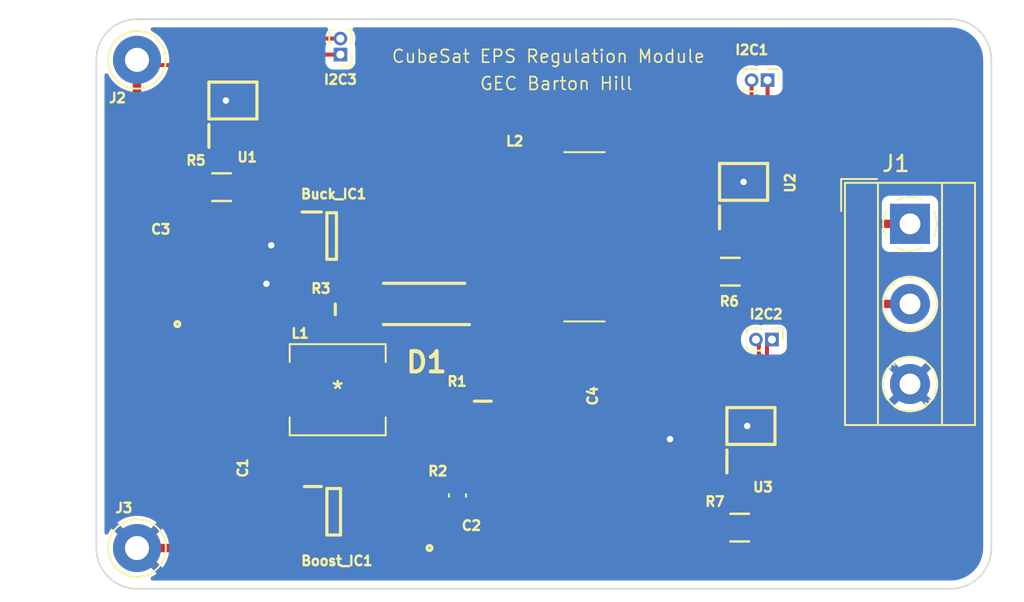
<source format=kicad_pcb>
(kicad_pcb (version 20211014) (generator pcbnew)
  (layers (0 "F.Cu" signal) (31 "B.Cu" power) (34 "B.Paste" user) (35 "F.Paste" user) (36 "B.SilkS" user "B.Silkscreen") (37 "F.SilkS" user "F.Silkscreen") (38 "B.Mask" user) (39 "F.Mask" user) (44 "Edge.Cuts" user))
  (net 0 "")
  (net 1 "Net-(Boost_IC1-Pad1)")
  (net 2 "Earth")
  (net 3 "Net-(Boost_IC1-Pad3)")
  (net 4 "Net-(Boost_IC1-Pad4)")
  (net 5 "Net-(Boost_IC1-Pad6)")
  (net 6 "Net-(Buck_IC1-Pad4)")
  (net 7 "Net-(Buck_IC1-Pad5)")
  (net 8 "Net-(Boost_IC1-Pad5)")
  (net 9 "Net-(J1-Pad1)")
  (net 10 "Net-(J1-Pad2)")
  (net 11 "Net-(J2-Pad1)")
  (net 18 "Net-(I2C1-Pad1)")
  (net 19 "Net-(I2C1-Pad2)")
  (net 20 "Net-(I2C2-Pad1)")
  (net 21 "Net-(I2C2-Pad2)")
  (net 22 "Net-(I2C3-Pad1)")
  (net 23 "Net-(I2C3-Pad2)")
  (footprint "indc 10uH crct:SRN1060-100M" (layer "F.Cu") (at 162.56 82.1675)
    (fp_text reference "L2" (at -4.36 -5.9675) (layer "F.SilkS") (effects (font (size 0.6 0.6))))
    (fp_text value "10uH" hide)
    (fp_line (start -1.268147 5.2832) (end 1.268147 5.2832) (layer "F.SilkS") (width 0.12))
    (fp_line (start 1.268147 -5.2832) (end -1.268147 -5.2832) (layer "F.SilkS") (width 0.12))
    (pad "1" smd rect (at -3.302 0) (size 3.5052 10.2108) (layers "F.Cu" "F.Paste" "F.Mask") (net 7 "Net-(Buck_IC1-Pad5)"))
    (pad "2" smd rect (at 3.302 0) (size 3.5052 10.2108) (layers "F.Cu" "F.Paste" "F.Mask") (net 6 "Net-(Buck_IC1-Pad4)"))
  )
  (footprint "cap 22uF low esr and esl:C3216_Commercial" (layer "F.Cu") (at 155.88 101.6)
    (fp_text reference "C2" (at -0.38 -1.4) (layer "F.SilkS") (effects (font (size 0.6 0.6))))
    (fp_text value "22uF" hide)
    (fp_circle (center -3 0) (end -3 0.05) (layer "F.SilkS") (width 0.2) (fill none))
    (pad "1" smd rect (at -1.65 0) (size 1.1 1.35) (layers "F.Cu" "F.Paste" "F.Mask") (net 2 "Earth"))
    (pad "2" smd rect (at 1.65 0) (size 1.1 1.35) (layers "F.Cu" "F.Paste" "F.Mask") (net 8 "Net-(Boost_IC1-Pad5)"))
  )
  (footprint "50m RST:RESC3216X88N" (layer "F.Cu") (at 171.66 84.3464)
    (fp_text reference "R6" (at -0.06 1.8536) (layer "F.SilkS") (effects (font (size 0.6 0.6))))
    (fp_text value "50m" hide)
    (fp_line (start 0.5842 -0.8636) (end -0.5842 -0.8636) (layer "F.SilkS") (width 0.1524))
    (fp_line (start -0.5842 0.8636) (end 0.5842 0.8636) (layer "F.SilkS") (width 0.1524))
    (pad "1" smd rect (at -1.4732 0) (size 1.1176 1.7526) (layers "F.Cu" "F.Paste" "F.Mask") (net 6 "Net-(Buck_IC1-Pad4)"))
    (pad "2" smd rect (at 1.4732 0) (size 1.1176 1.7526) (layers "F.Cu" "F.Paste" "F.Mask") (net 9 "Net-(J1-Pad1)"))
  )
  (footprint "50m RST:RESC3216X88N" (layer "F.Cu") (at 139.9 79.068)
    (fp_text reference "R5" (at -1.6 -1.668) (layer "F.SilkS") (effects (font (size 0.6 0.6))))
    (fp_text value "50m" hide)
    (fp_line (start 0.5842 -0.8636) (end -0.5842 -0.8636) (layer "F.SilkS") (width 0.1524))
    (fp_line (start -0.5842 0.8636) (end 0.5842 0.8636) (layer "F.SilkS") (width 0.1524))
    (pad "1" smd rect (at -1.4732 0) (size 1.1176 1.7526) (layers "F.Cu" "F.Paste" "F.Mask") (net 11 "Net-(J2-Pad1)"))
    (pad "2" smd rect (at 1.4732 0) (size 1.1176 1.7526) (layers "F.Cu" "F.Paste" "F.Mask") (net 1 "Net-(Boost_IC1-Pad1)"))
  )
  (footprint "TerminalBlock_MetzConnect:TerminalBlock_MetzConnect_Type055_RT01503HDWU_1x03_P5.00mm_Horizontal" (layer "F.Cu") (at 182.88 81.36 -90)
    (fp_text reference "J1" (at -3.76 0.88) (layer "F.SilkS"))
    (fp_text value "Screw_Terminal_01x03")
    (fp_line (start 11.07 -1.275) (end 11.011 -1.216) (layer "F.SilkS") (width 0.12))
    (fp_line (start -2.8 4.3) (end -0.8 4.3) (layer "F.SilkS") (width 0.12))
    (fp_line (start -2.56 -4.06) (end 12.56 -4.06) (layer "F.SilkS") (width 0.12))
    (fp_line (start 6.07 -1.275) (end 6.011 -1.216) (layer "F.SilkS") (width 0.12))
    (fp_line (start -2.8 2.06) (end -2.8 4.3) (layer "F.SilkS") (width 0.12))
    (fp_line (start 12.56 -4.06) (end 12.56 4.06) (layer "F.SilkS") (width 0.12))
    (fp_line (start 11.275 -1.069) (end 11.181 -0.976) (layer "F.SilkS") (width 0.12))
    (fp_line (start 6.275 -1.069) (end 6.181 -0.976) (layer "F.SilkS") (width 0.12))
    (fp_line (start 3.82 0.976) (end 3.726 1.069) (layer "F.SilkS") (width 0.12))
    (fp_line (start 8.82 0.976) (end 8.726 1.069) (layer "F.SilkS") (width 0.12))
    (fp_line (start -2.56 4.06) (end 12.56 4.06) (layer "F.SilkS") (width 0.12))
    (fp_line (start 8.99 1.216) (end 8.931 1.274) (layer "F.SilkS") (width 0.12))
    (fp_line (start -2.56 -4.06) (end -2.56 4.06) (layer "F.SilkS") (width 0.12))
    (fp_line (start -2.56 2) (end 12.56 2) (layer "F.SilkS") (width 0.12))
    (fp_line (start 3.99 1.216) (end 3.931 1.274) (layer "F.SilkS") (width 0.12))
    (fp_line (start -2.56 -2) (end 12.56 -2) (layer "F.SilkS") (width 0.12))
    (fp_arc (start -0.789089 -1.483953) (mid -0.00005 -1.680708) (end 0.789 -1.484) (layer "F.SilkS") (width 0.12))
    (fp_arc (start 0.029383 1.68045) (mid -0.392304 1.634281) (end -0.789 1.484) (layer "F.SilkS") (width 0.12))
    (fp_arc (start -1.483953 0.789089) (mid -1.680708 0.00005) (end -1.484 -0.789) (layer "F.SilkS") (width 0.12))
    (fp_arc (start 0.788712 1.483352) (mid 0.406429 1.630097) (end 0 1.68) (layer "F.SilkS") (width 0.12))
    (fp_arc (start 1.483953 -0.789089) (mid 1.680708 -0.00005) (end 1.484 0.789) (layer "F.SilkS") (width 0.12))
    (fp_circle (center 10 0) (end 11.68 0) (layer "F.SilkS") (width 0.12) (fill none))
    (fp_circle (center 5 0) (end 6.68 0) (layer "F.SilkS") (width 0.12) (fill none))
    (pad "1" thru_hole rect (at 0 0 270) (size 2.5 2.5) (drill 1.3) (layers *.Cu *.Mask) (net 9 "Net-(J1-Pad1)"))
    (pad "2" thru_hole circle (at 5 0 270) (size 2.5 2.5) (drill 1.3) (layers *.Cu *.Mask) (net 10 "Net-(J1-Pad2)"))
    (pad "3" thru_hole circle (at 10 0 270) (size 2.5 2.5) (drill 1.3) (layers *.Cu *.Mask) (net 2 "Earth"))
  )
  (footprint "rst 95.3k:RESC2012X60N" (layer "F.Cu") (at 156.21 92.4328 90)
    (fp_text reference "R1" (at 1.2328 -1.61 180) (layer "F.SilkS") (effects (font (size 0.6 0.6))))
    (fp_text value "95.3k" hide)
    (fp_line (start 0 -0.525) (end 0 0.525) (layer "F.SilkS") (width 0.2))
    (pad "1" smd rect (at -0.95 0 90) (size 1 1.4) (layers "F.Cu" "F.Paste" "F.Mask") (net 3 "Net-(Boost_IC1-Pad3)"))
    (pad "2" smd rect (at 0.95 0 90) (size 1 1.4) (layers "F.Cu" "F.Paste" "F.Mask") (net 8 "Net-(Boost_IC1-Pad5)"))
  )
  (footprint "Boost LTC3426:SOT95P280X90-6N" (layer "F.Cu") (at 146.901 99.335)
    (fp_text reference "Boost_IC1" (at 0.199 3.065) (layer "F.SilkS") (effects (font (size 0.6 0.6))))
    (fp_text value "LTC3426" hide)
    (fp_line (start -0.425 -1.45) (end 0.425 -1.45) (layer "F.SilkS") (width 0.2))
    (fp_line (start -0.425 1.45) (end -0.425 -1.45) (layer "F.SilkS") (width 0.2))
    (fp_line (start 0.425 1.45) (end -0.425 1.45) (layer "F.SilkS") (width 0.2))
    (fp_line (start 0.425 -1.45) (end 0.425 1.45) (layer "F.SilkS") (width 0.2))
    (fp_line (start -1.825 -1.575) (end -0.775 -1.575) (layer "F.SilkS") (width 0.2))
    (pad "1" smd rect (at -1.3 -0.95 90) (size 0.55 1.05) (layers "F.Cu" "F.Paste" "F.Mask") (net 1 "Net-(Boost_IC1-Pad1)"))
    (pad "2" smd rect (at -1.3 0 90) (size 0.55 1.05) (layers "F.Cu" "F.Paste" "F.Mask") (net 2 "Earth"))
    (pad "3" smd rect (at -1.3 0.95 90) (size 0.55 1.05) (layers "F.Cu" "F.Paste" "F.Mask") (net 3 "Net-(Boost_IC1-Pad3)"))
    (pad "4" smd rect (at 1.3 0.95 90) (size 0.55 1.05) (layers "F.Cu" "F.Paste" "F.Mask") (net 4 "Net-(Boost_IC1-Pad4)"))
    (pad "5" smd rect (at 1.3 0 90) (size 0.55 1.05) (layers "F.Cu" "F.Paste" "F.Mask") (net 8 "Net-(Boost_IC1-Pad5)"))
    (pad "6" smd rect (at 1.3 -0.95 90) (size 0.55 1.05) (layers "F.Cu" "F.Paste" "F.Mask") (net 5 "Net-(Boost_IC1-Pad6)"))
  )
  (footprint "1MEGA RST:RESC1608X55N" (layer "F.Cu") (at 147 86.7)
    (fp_text reference "R3" (at -0.9 -1.3) (layer "F.SilkS") (effects (font (size 0.6 0.6))))
    (fp_text value "1M" hide)
    (fp_line (start 0 -0.325) (end 0 0.325) (layer "F.SilkS") (width 0.2))
    (pad "1" smd rect (at -0.8 0) (size 0.8 1) (layers "F.Cu" "F.Paste" "F.Mask") (net 4 "Net-(Boost_IC1-Pad4)"))
    (pad "2" smd rect (at 0.8 0) (size 0.8 1) (layers "F.Cu" "F.Paste" "F.Mask") (net 5 "Net-(Boost_IC1-Pad6)"))
  )
  (footprint "MON & PROTECC:SOP50P490X110-10N" (layer "F.Cu") (at 172.49 78.74 90)
    (fp_text reference "U2" (at -0.06 2.91 90) (layer "F.SilkS") (effects (font (size 0.6 0.6))))
    (fp_text value "LTC2990" hide)
    (fp_line (start 1.15 1.5) (end -1.15 1.5) (layer "F.SilkS") (width 0.2))
    (fp_line (start 1.15 -1.5) (end 1.15 1.5) (layer "F.SilkS") (width 0.2))
    (fp_line (start -1.15 -1.5) (end 1.15 -1.5) (layer "F.SilkS") (width 0.2))
    (fp_line (start -1.15 1.5) (end -1.15 -1.5) (layer "F.SilkS") (width 0.2))
    (fp_line (start -2.925 -1.5) (end -1.5 -1.5) (layer "F.SilkS") (width 0.2))
    (pad "1" smd rect (at -2.212 -1 180) (size 0.3 1.425) (layers "F.Cu" "F.Paste" "F.Mask") (net 6 "Net-(Buck_IC1-Pad4)"))
    (pad "2" smd rect (at -2.212 -0.5 180) (size 0.3 1.425) (layers "F.Cu" "F.Paste" "F.Mask") (net 9 "Net-(J1-Pad1)"))
    (pad "3" smd rect (at -2.212 0 180) (size 0.3 1.425) (layers "F.Cu" "F.Paste" "F.Mask"))
    (pad "4" smd rect (at -2.212 0.5 180) (size 0.3 1.425) (layers "F.Cu" "F.Paste" "F.Mask"))
    (pad "5" smd rect (at -2.212 1 180) (size 0.3 1.425) (layers "F.Cu" "F.Paste" "F.Mask") (net 2 "Earth"))
    (pad "6" smd rect (at 2.212 1 180) (size 0.3 1.425) (layers "F.Cu" "F.Paste" "F.Mask") (net 18 "Net-(I2C1-Pad1)"))
    (pad "7" smd rect (at 2.212 0.5 180) (size 0.3 1.425) (layers "F.Cu" "F.Paste" "F.Mask") (net 19 "Net-(I2C1-Pad2)"))
    (pad "8" smd rect (at 2.212 0 180) (size 0.3 1.425) (layers "F.Cu" "F.Paste" "F.Mask") (net 2 "Earth"))
    (pad "9" smd rect (at 2.212 -0.5 180) (size 0.3 1.425) (layers "F.Cu" "F.Paste" "F.Mask") (net 2 "Earth"))
    (pad "10" smd rect (at 2.212 -1 180) (size 0.3 1.425) (layers "F.Cu" "F.Paste" "F.Mask") (net 6 "Net-(Buck_IC1-Pad4)"))
  )
  (footprint "Schottky DD with stock:DIOM5126X265N" (layer "F.Cu") (at 152.55 86.36 180)
    (fp_text reference "D1" (at -0.1435 -3.64 180) (layer "F.SilkS") (effects (font (size 1.27 1.27) (thickness 0.254))))
    (fp_text value "D_Schottky" hide)
    (fp_line (start -2.538 1.288) (end 2.538 1.288) (layer "F.SilkS") (width 0.2))
    (fp_line (start 2.538 -1.288) (end -2.825 -1.288) (layer "F.SilkS") (width 0.2))
    (pad "1" smd rect (at -2.05 0 270) (size 1.55 2.2) (layers "F.Cu" "F.Paste" "F.Mask") (net 8 "Net-(Boost_IC1-Pad5)"))
    (pad "2" smd rect (at 2.05 0 270) (size 1.55 2.2) (layers "F.Cu" "F.Paste" "F.Mask") (net 5 "Net-(Boost_IC1-Pad6)"))
  )
  (footprint "Connector_Pin:Pin_D1.3mm_L11.0mm_LooseFit" (layer "F.Cu") (at 134.62 71.12)
    (fp_text reference "J2" (at -1.22 2.38) (layer "F.SilkS") (effects (font (size 0.6 0.6))))
    (fp_text value "Screw_Terminal_01x01")
    (fp_circle (center 0 0) (end 1.8 0.05) (layer "F.SilkS") (width 0.12) (fill none))
    (pad "1" thru_hole circle (at 0 0) (size 3 3) (drill 1.5) (layers *.Cu *.Mask) (net 11 "Net-(J2-Pad1)"))
  )
  (footprint "50m RST:RESC3216X88N" (layer "F.Cu") (at 172.25 100.325)
    (fp_text reference "R7" (at -1.55 -1.625) (layer "F.SilkS") (effects (font (size 0.6 0.6))))
    (fp_text value "50m" hide)
    (fp_line (start -0.5842 0.8636) (end 0.5842 0.8636) (layer "F.SilkS") (width 0.1524))
    (fp_line (start 0.5842 -0.8636) (end -0.5842 -0.8636) (layer "F.SilkS") (width 0.1524))
    (pad "1" smd rect (at -1.4732 0) (size 1.1176 1.7526) (layers "F.Cu" "F.Paste" "F.Mask") (net 8 "Net-(Boost_IC1-Pad5)"))
    (pad "2" smd rect (at 1.4732 0) (size 1.1176 1.7526) (layers "F.Cu" "F.Paste" "F.Mask") (net 10 "Net-(J1-Pad2)"))
  )
  (footprint "BUck TPS62203DBVT:SOT95P280X145-5N" (layer "F.Cu") (at 146.775 82.12)
    (fp_text reference "Buck_IC1" (at 0.125 -2.62) (layer "F.SilkS") (effects (font (size 0.6 0.6))))
    (fp_text value "TPS62203DBVT" hide)
    (fp_line (start -1.85 -1.5) (end -0.65 -1.5) (layer "F.SilkS") (width 0.2))
    (fp_line (start 0.3 -1.45) (end 0.3 1.45) (layer "F.SilkS") (width 0.2))
    (fp_line (start -0.3 1.45) (end -0.3 -1.45) (layer "F.SilkS") (width 0.2))
    (fp_line (start -0.3 -1.45) (end 0.3 -1.45) (layer "F.SilkS") (width 0.2))
    (fp_line (start 0.3 1.45) (end -0.3 1.45) (layer "F.SilkS") (width 0.2))
    (pad "1" smd rect (at -1.25 -0.95 90) (size 0.6 1.2) (layers "F.Cu" "F.Paste" "F.Mask") (net 1 "Net-(Boost_IC1-Pad1)"))
    (pad "2" smd rect (at -1.25 0 90) (size 0.6 1.2) (layers "F.Cu" "F.Paste" "F.Mask") (net 2 "Earth"))
    (pad "3" smd rect (at -1.25 0.95 90) (size 0.6 1.2) (layers "F.Cu" "F.Paste" "F.Mask") (net 1 "Net-(Boost_IC1-Pad1)"))
    (pad "4" smd rect (at 1.25 0.95 90) (size 0.6 1.2) (layers "F.Cu" "F.Paste" "F.Mask") (net 6 "Net-(Buck_IC1-Pad4)"))
    (pad "5" smd rect (at 1.25 -0.95 90) (size 0.6 1.2) (layers "F.Cu" "F.Paste" "F.Mask") (net 7 "Net-(Buck_IC1-Pad5)"))
  )
  (footprint "Connector_PinHeader_1.00mm:PinHeader_1x02_P1.00mm_Vertical" (layer "F.Cu") (at 173.99 72.39 -90)
    (fp_text reference "I2C1" (at -1.89 0.99) (layer "F.SilkS") (effects (font (size 0.6 0.6))))
    (fp_text value "EN")
    (fp_line (start 0.608276 0.685) (end 0.695 0.685) (layer "F.SilkS") (width 0.12))
    (fp_line (start -0.695 0) (end -0.695 -0.685) (layer "F.SilkS") (width 0.12))
    (fp_line (start -0.695 0.685) (end -0.695 1.56) (layer "F.SilkS") (width 0.12))
    (fp_line (start 0.394493 1.56) (end 0.695 1.56) (layer "F.SilkS") (width 0.12))
    (fp_line (start 0.695 0.685) (end 0.695 1.56) (layer "F.SilkS") (width 0.12))
    (fp_line (start -0.695 1.56) (end -0.394493 1.56) (layer "F.SilkS") (width 0.12))
    (fp_line (start -0.695 -0.685) (end 0 -0.685) (layer "F.SilkS") (width 0.12))
    (fp_line (start -0.695 0.685) (end -0.608276 0.685) (layer "F.SilkS") (width 0.12))
    (pad "1" thru_hole rect (at 0 0 270) (size 0.85 0.85) (drill 0.5) (layers *.Cu *.Mask) (net 18 "Net-(I2C1-Pad1)"))
    (pad "2" thru_hole oval (at 0 1 270) (size 0.85 0.85) (drill 0.5) (layers *.Cu *.Mask) (net 19 "Net-(I2C1-Pad2)"))
  )
  (footprint "MON & PROTECC:SOP50P490X110-10N" (layer "F.Cu") (at 172.95 93.98 90)
    (fp_text reference "U3" (at -3.82 0.75 180) (layer "F.SilkS") (effects (font (size 0.6 0.6))))
    (fp_text value "LTC2990" hide)
    (fp_line (start -1.15 -1.5) (end 1.15 -1.5) (layer "F.SilkS") (width 0.2))
    (fp_line (start -2.925 -1.5) (end -1.5 -1.5) (layer "F.SilkS") (width 0.2))
    (fp_line (start 1.15 1.5) (end -1.15 1.5) (layer "F.SilkS") (width 0.2))
    (fp_line (start 1.15 -1.5) (end 1.15 1.5) (layer "F.SilkS") (width 0.2))
    (fp_line (start -1.15 1.5) (end -1.15 -1.5) (layer "F.SilkS") (width 0.2))
    (pad "1" smd rect (at -2.212 -1 180) (size 0.3 1.425) (layers "F.Cu" "F.Paste" "F.Mask") (net 8 "Net-(Boost_IC1-Pad5)"))
    (pad "2" smd rect (at -2.212 -0.5 180) (size 0.3 1.425) (layers "F.Cu" "F.Paste" "F.Mask") (net 10 "Net-(J1-Pad2)"))
    (pad "3" smd rect (at -2.212 0 180) (size 0.3 1.425) (layers "F.Cu" "F.Paste" "F.Mask"))
    (pad "4" smd rect (at -2.212 0.5 180) (size 0.3 1.425) (layers "F.Cu" "F.Paste" "F.Mask"))
    (pad "5" smd rect (at -2.212 1 180) (size 0.3 1.425) (layers "F.Cu" "F.Paste" "F.Mask") (net 2 "Earth"))
    (pad "6" smd rect (at 2.212 1 180) (size 0.3 1.425) (layers "F.Cu" "F.Paste" "F.Mask") (net 20 "Net-(I2C2-Pad1)"))
    (pad "7" smd rect (at 2.212 0.5 180) (size 0.3 1.425) (layers "F.Cu" "F.Paste" "F.Mask") (net 21 "Net-(I2C2-Pad2)"))
    (pad "8" smd rect (at 2.212 0 180) (size 0.3 1.425) (layers "F.Cu" "F.Paste" "F.Mask") (net 2 "Earth"))
    (pad "9" smd rect (at 2.212 -0.5 180) (size 0.3 1.425) (layers "F.Cu" "F.Paste" "F.Mask") (net 2 "Earth"))
    (pad "10" smd rect (at 2.212 -1 180) (size 0.3 1.425) (layers "F.Cu" "F.Paste" "F.Mask") (net 8 "Net-(Boost_IC1-Pad5)"))
  )
  (footprint "Connector_Pin:Pin_D1.3mm_L11.0mm_LooseFit" (layer "F.Cu") (at 134.62 101.6)
    (fp_text reference "J3" (at -0.82 -2.5) (layer "F.SilkS") (effects (font (size 0.6 0.6))))
    (fp_text value "Screw_Terminal_01x01")
    (fp_circle (center 0 0) (end 1.8 0.05) (layer "F.SilkS") (width 0.12) (fill none))
    (pad "1" thru_hole circle (at 0 0) (size 3 3) (drill 1.5) (layers *.Cu *.Mask) (net 2 "Earth"))
  )
  (footprint "Connector_PinHeader_1.00mm:PinHeader_1x02_P1.00mm_Vertical" (layer "F.Cu") (at 147.32 70.792 180)
    (fp_text reference "I2C3" (at 0 -1.56 180) (layer "F.SilkS") (effects (font (size 0.6 0.6))))
    (fp_text value "EN")
    (fp_line (start -0.695 1.56) (end -0.394493 1.56) (layer "F.SilkS") (width 0.12))
    (fp_line (start 0.608276 0.685) (end 0.695 0.685) (layer "F.SilkS") (width 0.12))
    (fp_line (start 0.394493 1.56) (end 0.695 1.56) (layer "F.SilkS") (width 0.12))
    (fp_line (start -0.695 0.685) (end -0.608276 0.685) (layer "F.SilkS") (width 0.12))
    (fp_line (start -0.695 0.685) (end -0.695 1.56) (layer "F.SilkS") (width 0.12))
    (fp_line (start 0.695 0.685) (end 0.695 1.56) (layer "F.SilkS") (width 0.12))
    (fp_line (start -0.695 0) (end -0.695 -0.685) (layer "F.SilkS") (width 0.12))
    (fp_line (start -0.695 -0.685) (end 0 -0.685) (layer "F.SilkS") (width 0.12))
    (pad "1" thru_hole rect (at 0 0 180) (size 0.85 0.85) (drill 0.5) (layers *.Cu *.Mask) (net 22 "Net-(I2C3-Pad1)"))
    (pad "2" thru_hole oval (at 0 1 180) (size 0.85 0.85) (drill 0.5) (layers *.Cu *.Mask) (net 23 "Net-(I2C3-Pad2)"))
  )
  (footprint "10uF MLCC:CAPC2012X94N" (layer "F.Cu") (at 164.9 92.1 -90)
    (fp_text reference "C4" (at 0 1.832 -90) (layer "F.SilkS") (effects (font (size 0.6 0.6))))
    (fp_text value "10uF" hide)
    (pad "1" smd rect (at -0.81 0 270) (size 1.02 1.47) (layers "F.Cu" "F.Paste" "F.Mask") (net 6 "Net-(Buck_IC1-Pad4)"))
    (pad "2" smd rect (at 0.81 0 270) (size 1.02 1.47) (layers "F.Cu" "F.Paste" "F.Mask") (net 2 "Earth"))
  )
  (footprint "MON & PROTECC:SOP50P490X110-10N" (layer "F.Cu") (at 140.609 73.66 90)
    (fp_text reference "U1" (at -3.54 0.891 180) (layer "F.SilkS") (effects (font (size 0.6 0.6))))
    (fp_text value "LTC2990" hide)
    (fp_line (start -2.925 -1.5) (end -1.5 -1.5) (layer "F.SilkS") (width 0.2))
    (fp_line (start 1.15 1.5) (end -1.15 1.5) (layer "F.SilkS") (width 0.2))
    (fp_line (start -1.15 -1.5) (end 1.15 -1.5) (layer "F.SilkS") (width 0.2))
    (fp_line (start 1.15 -1.5) (end 1.15 1.5) (layer "F.SilkS") (width 0.2))
    (fp_line (start -1.15 1.5) (end -1.15 -1.5) (layer "F.SilkS") (width 0.2))
    (pad "1" smd rect (at -2.212 -1 180) (size 0.3 1.425) (layers "F.Cu" "F.Paste" "F.Mask") (net 11 "Net-(J2-Pad1)"))
    (pad "2" smd rect (at -2.212 -0.5 180) (size 0.3 1.425) (layers "F.Cu" "F.Paste" "F.Mask") (net 1 "Net-(Boost_IC1-Pad1)"))
    (pad "3" smd rect (at -2.212 0 180) (size 0.3 1.425) (layers "F.Cu" "F.Paste" "F.Mask"))
    (pad "4" smd rect (at -2.212 0.5 180) (size 0.3 1.425) (layers "F.Cu" "F.Paste" "F.Mask"))
    (pad "5" smd rect (at -2.212 1 180) (size 0.3 1.425) (layers "F.Cu" "F.Paste" "F.Mask") (net 2 "Earth"))
    (pad "6" smd rect (at 2.212 1 180) (size 0.3 1.425) (layers "F.Cu" "F.Paste" "F.Mask") (net 22 "Net-(I2C3-Pad1)"))
    (pad "7" smd rect (at 2.212 0.5 180) (size 0.3 1.425) (layers "F.Cu" "F.Paste" "F.Mask") (net 23 "Net-(I2C3-Pad2)"))
    (pad "8" smd rect (at 2.212 0 180) (size 0.3 1.425) (layers "F.Cu" "F.Paste" "F.Mask") (net 2 "Earth"))
    (pad "9" smd rect (at 2.212 -0.5 180) (size 0.3 1.425) (layers "F.Cu" "F.Paste" "F.Mask") (net 2 "Earth"))
    (pad "10" smd rect (at 2.212 -1 180) (size 0.3 1.425) (layers "F.Cu" "F.Paste" "F.Mask") (net 11 "Net-(J2-Pad1)"))
  )
  (footprint "rst 30.9k:RC0603FR-0730K9L" (layer "F.Cu") (at 154.6302 98.319 90)
    (fp_text reference "R2" (at 1.519 -1.2302 180) (layer "F.SilkS") (effects (font (size 0.6 0.6))))
    (fp_text value "30.9k" hide)
    (fp_line (start 0.08615 -0.5334) (end -0.08615 -0.5334) (layer "F.SilkS") (width 0.12))
    (fp_line (start -0.08615 0.5334) (end 0.08615 0.5334) (layer "F.SilkS") (width 0.12))
    (pad "1" smd rect (at -0.7747 0 90) (size 0.762 0.8128) (layers "F.Cu" "F.Paste" "F.Mask") (net 2 "Earth"))
    (pad "2" smd rect (at 0.7747 0 90) (size 0.762 0.8128) (layers "F.Cu" "F.Paste" "F.Mask") (net 3 "Net-(Boost_IC1-Pad3)"))
  )
  (footprint "Connector_PinHeader_1.00mm:PinHeader_1x02_P1.00mm_Vertical" (layer "F.Cu") (at 174.26 88.5825 -90)
    (fp_text reference "I2C2" (at -1.5825 0.36) (layer "F.SilkS") (effects (font (size 0.6 0.6))))
    (fp_text value "EN")
    (fp_line (start 0.695 0.685) (end 0.695 1.56) (layer "F.SilkS") (width 0.12))
    (fp_line (start -0.695 0.685) (end -0.695 1.56) (layer "F.SilkS") (width 0.12))
    (fp_line (start -0.695 1.56) (end -0.394493 1.56) (layer "F.SilkS") (width 0.12))
    (fp_line (start 0.608276 0.685) (end 0.695 0.685) (layer "F.SilkS") (width 0.12))
    (fp_line (start -0.695 0) (end -0.695 -0.685) (layer "F.SilkS") (width 0.12))
    (fp_line (start 0.394493 1.56) (end 0.695 1.56) (layer "F.SilkS") (width 0.12))
    (fp_line (start -0.695 0.685) (end -0.608276 0.685) (layer "F.SilkS") (width 0.12))
    (fp_line (start -0.695 -0.685) (end 0 -0.685) (layer "F.SilkS") (width 0.12))
    (pad "1" thru_hole rect (at 0 0 270) (size 0.85 0.85) (drill 0.5) (layers *.Cu *.Mask) (net 20 "Net-(I2C2-Pad1)"))
    (pad "2" thru_hole oval (at 0 1 270) (size 0.85 0.85) (drill 0.5) (layers *.Cu *.Mask) (net 21 "Net-(I2C2-Pad2)"))
  )
  (footprint "10uF MLCC:CAPC2012X94N" (layer "F.Cu") (at 142.8 96.6 -90)
    (fp_text reference "C1" (at 0 1.576 -90) (layer "F.SilkS") (effects (font (size 0.6 0.6))))
    (fp_text value "10uF" hide)
    (pad "1" smd rect (at -0.81 0 270) (size 1.02 1.47) (layers "F.Cu" "F.Paste" "F.Mask") (net 1 "Net-(Boost_IC1-Pad1)"))
    (pad "2" smd rect (at 0.81 0 270) (size 1.02 1.47) (layers "F.Cu" "F.Paste" "F.Mask") (net 2 "Earth"))
  )
  (footprint "cap 4.7uf:C1210" (layer "F.Cu") (at 137.14 85.07 90)
    (fp_text reference "C3" (at 3.37 -1.04 180) (layer "F.SilkS") (effects (font (size 0.6 0.6))))
    (fp_text value "4.7uF" hide)
    (fp_circle (center -2.55 0) (end -2.55 0.05) (layer "F.SilkS") (width 0.2) (fill none))
    (pad "1" smd rect (at -1.5 0 90) (size 1.15 2.7) (layers "F.Cu" "F.Paste" "F.Mask") (net 2 "Earth"))
    (pad "2" smd rect (at 1.5 0 90) (size 1.15 2.7) (layers "F.Cu" "F.Paste" "F.Mask") (net 1 "Net-(Boost_IC1-Pad1)"))
  )
  (footprint "indc 2.2uH:IHLP2020CZER2R2M8A" (layer "F.Cu") (at 147.15 91.715)
    (fp_text reference "L1" (at -2.35 -3.515) (layer "F.SilkS") (effects (font (size 0.6 0.6))))
    (fp_text value "2.2uH" hide)
    (fp_text user "*" (at 0 0) (layer "F.SilkS"))
    (fp_line (start 2.9972 -1.72974) (end 2.9972 -2.8448) (layer "F.SilkS") (width 0.12))
    (fp_line (start -2.9972 1.72974) (end -2.9972 2.8448) (layer "F.SilkS") (width 0.12))
    (fp_line (start -2.9972 -2.8448) (end -2.9972 -1.72974) (layer "F.SilkS") (width 0.12))
    (fp_line (start 2.9972 -2.8448) (end -2.9972 -2.8448) (layer "F.SilkS") (width 0.12))
    (fp_line (start 2.9972 2.8448) (end 2.9972 1.72974) (layer "F.SilkS") (width 0.12))
    (fp_line (start -2.9972 2.8448) (end 2.9972 2.8448) (layer "F.SilkS") (width 0.12))
    (pad "1" smd rect (at -2.032 0 90) (size 2.794 1.9812) (layers "F.Cu" "F.Paste" "F.Mask") (net 1 "Net-(Boost_IC1-Pad1)"))
    (pad "2" smd rect (at 2.032 0 90) (size 2.794 1.9812) (layers "F.Cu" "F.Paste" "F.Mask") (net 5 "Net-(Boost_IC1-Pad6)"))
  )
  (gr_line (start 185.42 68.58) (end 134.62 68.58) (layer "Edge.Cuts") (width 0.1))
  (gr_arc (start 187.96 101.6) (mid 187.216051 103.396051) (end 185.42 104.14) (layer "Edge.Cuts") (width 0.1))
  (gr_arc (start 132.08 71.12) (mid 132.823949 69.323949) (end 134.62 68.58) (layer "Edge.Cuts") (width 0.1))
  (gr_arc (start 134.62 104.14) (mid 132.823949 103.396051) (end 132.08 101.6) (layer "Edge.Cuts") (width 0.1))
  (gr_arc (start 185.42 68.58) (mid 187.216051 69.323949) (end 187.96 71.12) (layer "Edge.Cuts") (width 0.1))
  (gr_line (start 187.96 101.6) (end 187.96 71.12) (layer "Edge.Cuts") (width 0.1))
  (gr_line (start 132.08 71.12) (end 132.08 101.6) (layer "Edge.Cuts") (width 0.1))
  (gr_line (start 134.62 104.14) (end 185.42 104.14) (layer "Edge.Cuts") (width 0.1))
  (gr_text "CubeSat EPS Regulation Module" (at 160.3 70.9) (layer "F.SilkS") (effects (font (size 0.8 0.8) (thickness 0.1))))
  (gr_text "GEC Barton Hill" (at 160.8 72.6) (layer "F.SilkS") (effects (font (size 0.8 0.8) (thickness 0.1))))
  (segment (start 143.0165 93.8165) (end 145.118 91.715) (width 0.525185) (layer "F.Cu") (net 1))
  (segment (start 137.14 83.57) (end 139.95 83.57) (width 0.525185) (layer "F.Cu") (net 1))
  (segment (start 145.525 83.62) (end 144.845 84.3) (width 0.25) (layer "F.Cu") (net 1))
  (segment (start 140.68 84.3) (end 139.95 83.57) (width 0.25) (layer "F.Cu") (net 1))
  (segment (start 133.35 85.09) (end 133.35 91.44) (width 0.525185) (layer "F.Cu") (net 1))
  (segment (start 135.88 93.97) (end 139.7 93.97) (width 0.525185) (layer "F.Cu") (net 1))
  (segment (start 145.601 98.385) (end 145.601 92.198) (width 0.25) (layer "F.Cu") (net 1))
  (segment (start 142.35 81.17) (end 142.35 80.0448) (width 0.525185) (layer "F.Cu") (net 1))
  (segment (start 145.601 92.198) (end 145.118 91.715) (width 0.25) (layer "F.Cu") (net 1))
  (segment (start 139.95 83.57) (end 142.35 81.17) (width 0.525185) (layer "F.Cu") (net 1))
  (segment (start 142.35 81.17) (end 145.525 81.17) (width 0.525185) (layer "F.Cu") (net 1))
  (segment (start 140.109 75.872) (end 140.109 77.8038) (width 0.25) (layer "F.Cu") (net 1))
  (segment (start 142.8 94.033) (end 142.863 93.97) (width 0.25) (layer "F.Cu") (net 1))
  (segment (start 139.7 93.97) (end 142.863 93.97) (width 0.525185) (layer "F.Cu") (net 1))
  (segment (start 137.14 83.57) (end 134.87 83.57) (width 0.525185) (layer "F.Cu") (net 1))
  (segment (start 142.8 95.79) (end 142.8 94.033) (width 0.25) (layer "F.Cu") (net 1))
  (segment (start 142.863 93.97) (end 143.0165 93.8165) (width 0.525185) (layer "F.Cu") (net 1))
  (segment (start 134.87 83.57) (end 133.35 85.09) (width 0.525185) (layer "F.Cu") (net 1))
  (segment (start 145.525 83.07) (end 145.525 83.62) (width 0.25) (layer "F.Cu") (net 1))
  (segment (start 142.35 80.0448) (end 141.3732 79.068) (width 0.525185) (layer "F.Cu") (net 1))
  (segment (start 144.845 84.3) (end 140.68 84.3) (width 0.25) (layer "F.Cu") (net 1))
  (segment (start 133.35 91.44) (end 135.88 93.97) (width 0.525185) (layer "F.Cu") (net 1))
  (segment (start 140.109 77.8038) (end 141.3732 79.068) (width 0.25) (layer "F.Cu") (net 1))
  (segment (start 173.49 79.74) (end 172.49 78.74) (width 0.25) (layer "F.Cu") (net 2))
  (segment (start 152.4 101.6) (end 154.23 101.6) (width 0.525185) (layer "F.Cu") (net 2))
  (segment (start 154.6302 101.1998) (end 154.23 101.6) (width 0.25) (layer "F.Cu") (net 2))
  (segment (start 172.45 91.768) (end 172.95 91.768) (width 0.25) (layer "F.Cu") (net 2))
  (segment (start 136.885 99.335) (end 134.62 101.6) (width 0.25) (layer "F.Cu") (net 2))
  (segment (start 154.6302 99.0937) (end 154.6302 101.1998) (width 0.25) (layer "F.Cu") (net 2))
  (segment (start 140.169 73.66) (end 141.439 73.66) (width 0.25) (layer "F.Cu") (net 2))
  (segment (start 142.8 98.57) (end 142.035 99.335) (width 0.25) (layer "F.Cu") (net 2))
  (segment (start 141.439 73.66) (end 141.609 73.83) (width 0.25) (layer "F.Cu") (net 2))
  (segment (start 173.49 80.952) (end 173.49 79.74) (width 0.25) (layer "F.Cu") (net 2))
  (segment (start 171.99 76.528) (end 172.49 76.528) (width 0.25) (layer "F.Cu") (net 2))
  (segment (start 140.169 73.66) (end 140.169 71.508) (width 0.25) (layer "F.Cu") (net 2))
  (segment (start 171.99 78.24) (end 171.99 76.528) (width 0.25) (layer "F.Cu") (net 2))
  (segment (start 172.49 78.74) (end 171.99 78.24) (width 0.25) (layer "F.Cu") (net 2))
  (segment (start 166.01 92.91) (end 164.9 92.91) (width 0.25) (layer "F.Cu") (net 2))
  (segment (start 173.95 95.21) (end 172.72 93.98) (width 0.25) (layer "F.Cu") (net 2))
  (segment (start 142.035 99.335) (end 136.885 99.335) (width 0.25) (layer "F.Cu") (net 2))
  (segment (start 142.8 97.41) (end 142.8 98.57) (width 0.25) (layer "F.Cu") (net 2))
  (segment (start 145.601 99.335) (end 142.035 99.335) (width 0.25) (layer "F.Cu") (net 2))
  (segment (start 141.23 86.57) (end 137.14 86.57) (width 0.525185) (layer "F.Cu") (net 2))
  (segment (start 173.95 96.192) (end 173.95 95.21) (width 0.25) (layer "F.Cu") (net 2))
  (segment (start 134.62 101.6) (end 152.4 101.6) (width 0.525185) (layer "F.Cu") (net 2))
  (segment (start 140.169 71.508) (end 140.109 71.448) (width 0.25) (layer "F.Cu") (net 2))
  (segment (start 140.109 71.448) (end 140.609 71.448) (width 0.25) (layer "F.Cu") (net 2))
  (segment (start 142.7 85.1) (end 141.23 86.57) (width 0.525185) (layer "F.Cu") (net 2))
  (segment (start 145.525 82.12) (end 143.58 82.12) (width 0.25) (layer "F.Cu") (net 2))
  (segment (start 172.45 91.768) (end 172.45 93.71) (width 0.25) (layer "F.Cu") (net 2))
  (segment (start 143.58 82.12) (end 143 82.7) (width 0.25) (layer "F.Cu") (net 2))
  (segment (start 167.9 94.8) (end 166.01 92.91) (width 0.25) (layer "F.Cu") (net 2))
  (segment (start 141.609 73.83) (end 141.609 75.872) (width 0.25) (layer "F.Cu") (net 2))
  (segment (start 172.45 93.71) (end 172.72 93.98) (width 0.25) (layer "F.Cu") (net 2))
  (via (at 143 82.7) (size 0.8) (drill 0.4) (layers "F.Cu" "B.Cu") (net 2))
  (via (at 172.49 78.74) (size 0.8) (drill 0.4) (layers "F.Cu" "B.Cu") (net 2))
  (via (at 140.169 73.66) (size 0.8) (drill 0.4) (layers "F.Cu" "B.Cu") (net 2))
  (via (at 167.9 94.8) (size 0.8) (drill 0.4) (layers "F.Cu" "B.Cu") (net 2))
  (via (at 172.72 93.98) (size 0.8) (drill 0.4) (layers "F.Cu" "B.Cu") (net 2))
  (via (at 142.7 85.1) (size 0.8) (drill 0.4) (layers "F.Cu" "B.Cu") (net 2))
  (segment (start 154.6302 94.9626) (end 156.21 93.3828) (width 0.25) (layer "F.Cu") (net 3))
  (segment (start 146.201 100.885) (end 150.575 100.885) (width 0.25) (layer "F.Cu") (net 3))
  (segment (start 145.601 100.285) (end 146.201 100.885) (width 0.25) (layer "F.Cu") (net 3))
  (segment (start 150.575 100.885) (end 153.9157 97.5443) (width 0.25) (layer "F.Cu") (net 3))
  (segment (start 154.6302 97.5443) (end 154.6302 94.9626) (width 0.25) (layer "F.Cu") (net 3))
  (segment (start 153.9157 97.5443) (end 154.6302 97.5443) (width 0.25) (layer "F.Cu") (net 3))
  (segment (start 147.32 100.179) (end 147.32 88.92) (width 0.25) (layer "F.Cu") (net 4))
  (segment (start 147.32 88.92) (end 146.2 87.8) (width 0.25) (layer "F.Cu") (net 4))
  (segment (start 148.201 100.285) (end 147.426 100.285) (width 0.25) (layer "F.Cu") (net 4))
  (segment (start 147.426 100.285) (end 147.32 100.179) (width 0.25) (layer "F.Cu") (net 4))
  (segment (start 146.2 87.8) (end 146.2 86.7) (width 0.25) (layer "F.Cu") (net 4))
  (segment (start 149.182 87.578) (end 150.4 86.36) (width 0.525185) (layer "F.Cu") (net 5))
  (segment (start 147.8 86.7) (end 150.21 86.7) (width 0.25) (layer "F.Cu") (net 5))
  (segment (start 148.201 98.385) (end 148.201 92.696) (width 0.25) (layer "F.Cu") (net 5))
  (segment (start 149.182 91.715) (end 149.182 87.578) (width 0.525185) (layer "F.Cu") (net 5))
  (segment (start 150.21 86.7) (end 150.55 86.36) (width 0.25) (layer "F.Cu") (net 5))
  (segment (start 148.201 92.696) (end 149.182 91.715) (width 0.25) (layer "F.Cu") (net 5))
  (segment (start 164.9 91.29) (end 164.49 91.29) (width 0.25) (layer "F.Cu") (net 6))
  (segment (start 162.3 89.1) (end 164.9 89.1) (width 0.25) (layer "F.Cu") (net 6))
  (segment (start 155.37 83.07) (end 156.7 84.4) (width 0.25) (layer "F.Cu") (net 6))
  (segment (start 166.37 73.66) (end 165.862 74.168) (width 0.25) (layer "F.Cu") (net 6))
  (segment (start 164.9 89.1) (end 165.862 88.138) (width 0.25) (layer "F.Cu") (net 6))
  (segment (start 171.49 83.0432) (end 170.1868 84.3464) (width 0.25) (layer "F.Cu") (net 6))
  (segment (start 164.49 91.29) (end 162.3 89.1) (width 0.25) (layer "F.Cu") (net 6))
  (segment (start 165.862 88.138) (end 165.862 82.1675) (width 0.25) (layer "F.Cu") (net 6))
  (segment (start 168.0409 84.3464) (end 170.1868 84.3464) (width 0.52) (layer "F.Cu") (net 6))
  (segment (start 148.025 83.07) (end 155.37 83.07) (width 0.25) (layer "F.Cu") (net 6))
  (segment (start 170.18 73.66) (end 166.37 73.66) (width 0.25) (layer "F.Cu") (net 6))
  (segment (start 171.49 80.952) (end 171.49 83.0432) (width 0.25) (layer "F.Cu") (net 6))
  (segment (start 156.7 87.8) (end 158 89.1) (width 0.25) (layer "F.Cu") (net 6))
  (segment (start 171.49 74.97) (end 170.18 73.66) (width 0.25) (layer "F.Cu") (net 6))
  (segment (start 156.7 84.4) (end 156.7 87.8) (width 0.25) (layer "F.Cu") (net 6))
  (segment (start 171.49 76.528) (end 171.49 74.97) (width 0.25) (layer "F.Cu") (net 6))
  (segment (start 158 89.1) (end 162.3 89.1) (width 0.25) (layer "F.Cu") (net 6))
  (segment (start 165.862 82.1675) (end 168.0409 84.3464) (width 0.52) (layer "F.Cu") (net 6))
  (segment (start 165.862 74.168) (end 165.862 82.1675) (width 0.25) (layer "F.Cu") (net 6))
  (segment (start 148.025 81.17) (end 158.2605 81.17) (width 0.5) (layer "F.Cu") (net 7))
  (segment (start 158.2605 81.17) (end 159.258 82.1675) (width 0.5) (layer "F.Cu") (net 7))
  (segment (start 148.976 99.335) (end 154.5119 93.7991) (width 0.25) (layer "F.Cu") (net 8))
  (segment (start 170.7768 100.2232) (end 170.7768 100.325) (width 0.25) (layer "F.Cu") (net 8))
  (segment (start 158.75 97.89) (end 158.75 97.79) (width 0.25) (layer "F.Cu") (net 8))
  (segment (start 170.18 90.17) (end 169.5 90.85) (width 0.25) (layer "F.Cu") (net 8))
  (segment (start 167.64 101.6) (end 157.53 101.6) (width 0.525185) (layer "F.Cu") (net 8))
  (segment (start 154.5119 93.7991) (end 154.5119 93.1809) (width 0.25) (layer "F.Cu") (net 8))
  (segment (start 169.5 96.1) (end 168.1 97.5) (width 0.25) (layer "F.Cu") (net 8))
  (segment (start 158.75 92.71) (end 158.75 96.05) (width 0.525185) (layer "F.Cu") (net 8))
  (segment (start 168.1 97.5) (end 160.2 97.5) (width 0.25) (layer "F.Cu") (net 8))
  (segment (start 154.5119 93.1809) (end 156.21 91.4828) (width 0.25) (layer "F.Cu") (net 8))
  (segment (start 167.64 101.6) (end 168.91 100.33) (width 0.525185) (layer "F.Cu") (net 8))
  (segment (start 171.95 96.192) (end 171.95 99.05) (width 0.25) (layer "F.Cu") (net 8))
  (segment (start 171.95 90.67) (end 171.45 90.17) (width 0.25) (layer "F.Cu") (net 8))
  (segment (start 156.21 91.0262) (end 156.21 91.4828) (width 0.525185) (layer "F.Cu") (net 8))
  (segment (start 168.91 100.33) (end 170.7718 100.33) (width 0.52) (layer "F.Cu") (net 8))
  (segment (start 169.5 90.85) (end 169.5 96.1) (width 0.25) (layer "F.Cu") (net 8))
  (segment (start 170.7718 100.33) (end 170.7768 100.325) (width 0.52) (layer "F.Cu") (net 8))
  (segment (start 157.53 99.11) (end 158.75 97.89) (width 0.525185) (layer "F.Cu") (net 8))
  (segment (start 157.5228 91.4828) (end 158.75 92.71) (width 0.525185) (layer "F.Cu") (net 8))
  (segment (start 148.201 99.335) (end 148.976 99.335) (width 0.25) (layer "F.Cu") (net 8))
  (segment (start 171.95 91.768) (end 171.95 90.67) (width 0.25) (layer "F.Cu") (net 8))
  (segment (start 157.53 99.11) (end 157.53 101.6) (width 0.525185) (layer "F.Cu") (net 8))
  (segment (start 154.4 86.36) (end 154.4 89.2162) (width 0.525185) (layer "F.Cu") (net 8))
  (segment (start 156.21 91.4828) (end 157.5228 91.4828) (width 0.525185) (layer "F.Cu") (net 8))
  (segment (start 171.95 99.05) (end 170.7768 100.2232) (width 0.25) (layer "F.Cu") (net 8))
  (segment (start 171.45 90.17) (end 170.18 90.17) (width 0.25) (layer "F.Cu") (net 8))
  (segment (start 154.4 89.2162) (end 156.21 91.0262) (width 0.525185) (layer "F.Cu") (net 8))
  (segment (start 158.75 96.05) (end 158.75 97.79) (width 0.525185) (layer "F.Cu") (net 8))
  (segment (start 160.2 97.5) (end 158.75 96.05) (width 0.25) (layer "F.Cu") (net 8))
  (segment (start 178.99 81.36) (end 182.88 81.36) (width 0.52) (layer "F.Cu") (net 9))
  (segment (start 171.99 80.952) (end 171.99 82.99) (width 0.25) (layer "F.Cu") (net 9))
  (segment (start 171.99 82.99) (end 173.1332 84.1332) (width 0.25) (layer "F.Cu") (net 9))
  (segment (start 173.1332 84.1332) (end 173.1332 84.3464) (width 0.25) (layer "F.Cu") (net 9))
  (segment (start 173.1332 84.3464) (end 176.0036 84.3464) (width 0.52) (layer "F.Cu") (net 9))
  (segment (start 176.0036 84.3464) (end 178.99 81.36) (width 0.52) (layer "F.Cu") (net 9))
  (segment (start 177.8 88.9) (end 180.34 86.36) (width 0.52) (layer "F.Cu") (net 10))
  (segment (start 172.45 99.0518) (end 173.7232 100.325) (width 0.25) (layer "F.Cu") (net 10))
  (segment (start 177.8 97.79) (end 177.8 88.9) (width 0.52) (layer "F.Cu") (net 10))
  (segment (start 180.34 86.36) (end 182.88 86.36) (width 0.52) (layer "F.Cu") (net 10))
  (segment (start 175.265 100.325) (end 173.7232 100.325) (width 0.52) (layer "F.Cu") (net 10))
  (segment (start 172.45 96.192) (end 172.45 99.0518) (width 0.25) (layer "F.Cu") (net 10))
  (segment (start 177.8 97.79) (end 175.265 100.325) (width 0.52) (layer "F.Cu") (net 10))
  (segment (start 134.62 77.47) (end 134.62 71.12) (width 0.52) (layer "F.Cu") (net 11))
  (segment (start 136.218 79.068) (end 138.4268 79.068) (width 0.52) (layer "F.Cu") (net 11))
  (segment (start 136.218 79.068) (end 134.62 77.47) (width 0.52) (layer "F.Cu") (net 11))
  (segment (start 139.609 77.8858) (end 138.4268 79.068) (width 0.25) (layer "F.Cu") (net 11))
  (segment (start 139.609 71.448) (end 134.948 71.448) (width 0.25) (layer "F.Cu") (net 11))
  (segment (start 134.948 71.448) (end 134.62 71.12) (width 0.25) (layer "F.Cu") (net 11))
  (segment (start 139.609 75.872) (end 139.609 77.8858) (width 0.25) (layer "F.Cu") (net 11))
  (segment (start 173.49 75.43) (end 173.99 74.93) (width 0.25) (layer "F.Cu") (net 18))
  (segment (start 173.49 76.528) (end 173.49 75.43) (width 0.25) (layer "F.Cu") (net 18))
  (segment (start 173.99 74.93) (end 173.99 72.39) (width 0.25) (layer "F.Cu") (net 18))
  (segment (start 172.99 76.528) (end 172.99 72.39) (width 0.25) (layer "F.Cu") (net 19))
  (segment (start 173.95 88.8925) (end 174.26 88.5825) (width 0.25) (layer "F.Cu") (net 20))
  (segment (start 173.95 91.768) (end 173.95 88.8925) (width 0.25) (layer "F.Cu") (net 20))
  (segment (start 173.45 91.768) (end 173.45 88.7725) (width 0.25) (layer "F.Cu") (net 21))
  (segment (start 173.45 88.7725) (end 173.26 88.5825) (width 0.25) (layer "F.Cu") (net 21))
  (segment (start 142.265 70.792) (end 141.609 71.448) (width 0.25) (layer "F.Cu") (net 22))
  (segment (start 147.32 70.792) (end 142.265 70.792) (width 0.25) (layer "F.Cu") (net 22))
  (segment (start 141.7525 69.792) (end 147.32 69.792) (width 0.25) (layer "F.Cu") (net 23))
  (segment (start 141.109 70.4355) (end 141.7525 69.792) (width 0.25) (layer "F.Cu") (net 23))
  (segment (start 141.109 71.448) (end 141.109 70.4355) (width 0.25) (layer "F.Cu") (net 23))
  (zone (net 2) (net_name "Earth") (layer "B.Cu") (connect_pads (clearance 0.508)) (min_thickness 0.254) (fill yes (thermal_gap 0.508) (thermal_bridge_width 0.508))
    (polygon (pts (xy 190 105) (xy 130 105) (xy 130 67.5) (xy 190 67.5)))
  )
)
</source>
